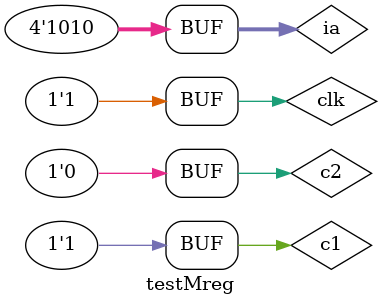
<source format=v>
module testMreg(); 
	reg clk, c1, c2;
	reg [3:0] ia;
	wire [3:0] q;


	areg dut(.clk(clk), .c1(c1), .c2(c2), .ia(ia), .q(q));


	initial 
	begin
		//Test Load
		ia = 4'b0000;
		c1 = 0;
		c2 = 1;
		#10;
		//Test Hold
		ia = 4'b1111;
		c1 = 0;
		c2 = 0;
		#10;
		//Test Load
		c1 = 0;
		c2 = 1;
		#10
		//Test Reset
		c1 = 1;
		c2 = 1;
		#10;
		//Test Load
		ia = 4'b1010;
		c1 = 0;
		c2 = 1;
		#10;
		//Test Shift
		c1 = 1;
		c2 = 0;
		#10;
	end
	
	always 
	begin
		clk = 0;
		#5;
		clk = 1;
		#5;
	end
endmodule


</source>
